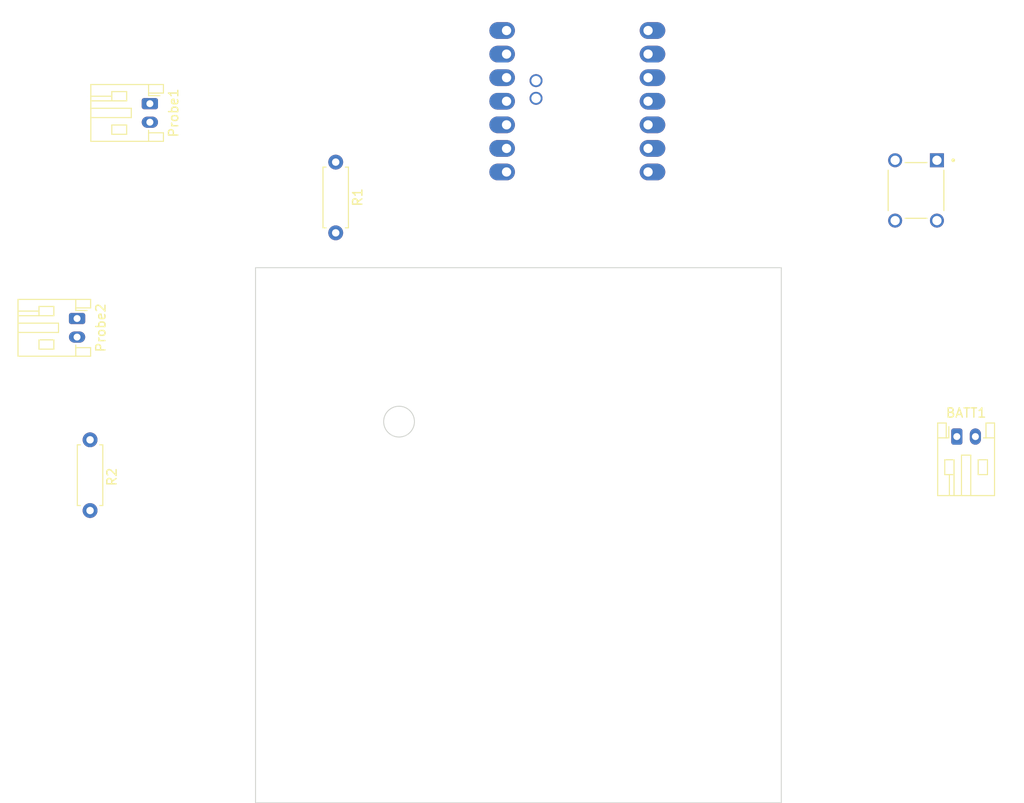
<source format=kicad_pcb>
(kicad_pcb (version 20240108) (generator "pcbnew") (generator_version "8.0")
  (title_block (title "XIAO nRF52840 FART Sensor") (rev "3") (company "Cold Bear Ltd"))
  (layers (0 "F.Cu" signal) (31 "B.Cu" signal) (34 "B.Paste" user) (35 "F.Paste" user) (36 "B.SilkS" user "B.Silkscreen") (37 "F.SilkS" user "F.Silkscreen") (38 "B.Mask" user) (39 "F.Mask" user) (44 "Edge.Cuts" user))
  (net 0 "")
  (net 6 "+BATT")
  (net 8 "/reset")
  (net 10 "GND")
  (net 11 "+3.3V")
  (net 12 "/p1reading")
  (net 13 "/p2reading")
  (net 15 "/dividerPower")
  (footprint "Connector_JST:JST_PH_S2B-PH-K_1x02_P2.00mm_Horizontal" (layer "F.Cu") (at 34.66 54.45 -90)
    (property "Reference" "Probe2" (at 1 -2.55 90) (layer "F.SilkS"))
    (property "Value" "Conn_01x02_Pin")
    (fp_line (start -2.06 6.36) (end 4.06 6.36) (stroke (width 0.12)) (layer "F.SilkS"))
    (fp_line (start 0.5 6.36) (end 0.5 2) (stroke (width 0.12)) (layer "F.SilkS"))
    (fp_line (start 4.06 6.36) (end 4.06 -1.46) (stroke (width 0.12)) (layer "F.SilkS"))
    (fp_line (start -1.3 4.1) (end -0.3 4.1) (stroke (width 0.12)) (layer "F.SilkS"))
    (fp_line (start -0.8 4.1) (end -0.8 6.36) (stroke (width 0.12)) (layer "F.SilkS"))
    (fp_line (start -0.3 4.1) (end -0.3 6.36) (stroke (width 0.12)) (layer "F.SilkS"))
    (fp_line (start -0.3 4.1) (end -0.3 2.5) (stroke (width 0.12)) (layer "F.SilkS"))
    (fp_line (start 2.3 4.1) (end 2.3 2.5) (stroke (width 0.12)) (layer "F.SilkS"))
    (fp_line (start 3.3 4.1) (end 2.3 4.1) (stroke (width 0.12)) (layer "F.SilkS"))
    (fp_line (start -1.3 2.5) (end -1.3 4.1) (stroke (width 0.12)) (layer "F.SilkS"))
    (fp_line (start -0.3 2.5) (end -1.3 2.5) (stroke (width 0.12)) (layer "F.SilkS"))
    (fp_line (start 2.3 2.5) (end 3.3 2.5) (stroke (width 0.12)) (layer "F.SilkS"))
    (fp_line (start 3.3 2.5) (end 3.3 4.1) (stroke (width 0.12)) (layer "F.SilkS"))
    (fp_line (start 0.5 2) (end 1.5 2) (stroke (width 0.12)) (layer "F.SilkS"))
    (fp_line (start 1.5 2) (end 1.5 6.36) (stroke (width 0.12)) (layer "F.SilkS"))
    (fp_line (start -2.06 0.14) (end -1.14 0.14) (stroke (width 0.12)) (layer "F.SilkS"))
    (fp_line (start -1.14 0.14) (end -1.14 -1.46) (stroke (width 0.12)) (layer "F.SilkS"))
    (fp_line (start -0.86 0.14) (end -1.14 0.14) (stroke (width 0.12)) (layer "F.SilkS"))
    (fp_line (start -0.86 0.14) (end -0.86 -1.075) (stroke (width 0.12)) (layer "F.SilkS"))
    (fp_line (start 3.14 0.14) (end 2.86 0.14) (stroke (width 0.12)) (layer "F.SilkS"))
    (fp_line (start 4.06 0.14) (end 3.14 0.14) (stroke (width 0.12)) (layer "F.SilkS"))
    (fp_line (start -2.06 -1.46) (end -2.06 6.36) (stroke (width 0.12)) (layer "F.SilkS"))
    (fp_line (start -1.14 -1.46) (end -2.06 -1.46) (stroke (width 0.12)) (layer "F.SilkS"))
    (fp_line (start 3.14 -1.46) (end 3.14 0.14) (stroke (width 0.12)) (layer "F.SilkS"))
    (fp_line (start 4.06 -1.46) (end 3.14 -1.46) (stroke (width 0.12)) (layer "F.SilkS"))
    (pad "1" thru_hole roundrect (at 0 0 270) (size 1.2 1.75) (drill 0.75) (layers "*.Cu" "*.Mask") (roundrect_rratio 0.208333) (net 10 "GND"))
    (pad "2" thru_hole oval (at 2 0 270) (size 1.2 1.75) (drill 0.75) (layers "*.Cu" "*.Mask") (net 13 "/p2reading"))
  )
  (footprint "Resistor_THT:R_Axial_DIN0207_L6.3mm_D2.5mm_P7.62mm_Horizontal" (layer "F.Cu") (at 62.51 37.6 -90)
    (property "Reference" "R1" (at 3.79 -2.36 90) (layer "F.SilkS"))
    (property "Value" "10K" (hide yes))
    (fp_line (start 0.54 1.37) (end 7.08 1.37) (stroke (width 0.12)) (layer "F.SilkS"))
    (fp_line (start 7.08 1.37) (end 7.08 1.04) (stroke (width 0.12)) (layer "F.SilkS"))
    (fp_line (start 0.54 1.04) (end 0.54 1.37) (stroke (width 0.12)) (layer "F.SilkS"))
    (fp_line (start 0.54 -1.04) (end 0.54 -1.37) (stroke (width 0.12)) (layer "F.SilkS"))
    (fp_line (start 0.54 -1.37) (end 7.08 -1.37) (stroke (width 0.12)) (layer "F.SilkS"))
    (fp_line (start 7.08 -1.37) (end 7.08 -1.04) (stroke (width 0.12)) (layer "F.SilkS"))
    (pad "1" thru_hole circle (at 0 0 270) (size 1.6 1.6) (drill 0.8) (layers "*.Cu" "*.Mask") (net 12 "/p1reading"))
    (pad "2" thru_hole oval (at 7.62 0 270) (size 1.6 1.6) (drill 0.8) (layers "*.Cu" "*.Mask") (net 15 "/dividerPower"))
  )
  (footprint "Resistor_THT:R_Axial_DIN0207_L6.3mm_D2.5mm_P7.62mm_Horizontal" (layer "F.Cu") (at 36.06 75.14 90)
    (property "Reference" "R2" (at 3.62 2.35 -90) (layer "F.SilkS"))
    (property "Value" "10K" (hide yes))
    (fp_line (start 7.08 -1.37) (end 7.08 -1.04) (stroke (width 0.12)) (layer "F.SilkS"))
    (fp_line (start 0.54 -1.37) (end 7.08 -1.37) (stroke (width 0.12)) (layer "F.SilkS"))
    (fp_line (start 0.54 -1.04) (end 0.54 -1.37) (stroke (width 0.12)) (layer "F.SilkS"))
    (fp_line (start 0.54 1.04) (end 0.54 1.37) (stroke (width 0.12)) (layer "F.SilkS"))
    (fp_line (start 7.08 1.37) (end 7.08 1.04) (stroke (width 0.12)) (layer "F.SilkS"))
    (fp_line (start 0.54 1.37) (end 7.08 1.37) (stroke (width 0.12)) (layer "F.SilkS"))
    (pad "1" thru_hole circle (at 0 0 90) (size 1.6 1.6) (drill 0.8) (layers "*.Cu" "*.Mask") (net 13 "/p2reading"))
    (pad "2" thru_hole oval (at 7.62 0 90) (size 1.6 1.6) (drill 0.8) (layers "*.Cu" "*.Mask") (net 15 "/dividerPower"))
  )
  (footprint "Connector_JST:JST_PH_S2B-PH-K_1x02_P2.00mm_Horizontal" (layer "F.Cu") (at 42.5 31.3 -90)
    (property "Reference" "Probe1" (at 1 -2.55 90) (layer "F.SilkS"))
    (property "Value" "Conn_01x02_Pin")
    (fp_line (start -2.06 6.36) (end 4.06 6.36) (stroke (width 0.12)) (layer "F.SilkS"))
    (fp_line (start 0.5 6.36) (end 0.5 2) (stroke (width 0.12)) (layer "F.SilkS"))
    (fp_line (start 4.06 6.36) (end 4.06 -1.46) (stroke (width 0.12)) (layer "F.SilkS"))
    (fp_line (start -1.3 4.1) (end -0.3 4.1) (stroke (width 0.12)) (layer "F.SilkS"))
    (fp_line (start -0.8 4.1) (end -0.8 6.36) (stroke (width 0.12)) (layer "F.SilkS"))
    (fp_line (start -0.3 4.1) (end -0.3 6.36) (stroke (width 0.12)) (layer "F.SilkS"))
    (fp_line (start -0.3 4.1) (end -0.3 2.5) (stroke (width 0.12)) (layer "F.SilkS"))
    (fp_line (start 2.3 4.1) (end 2.3 2.5) (stroke (width 0.12)) (layer "F.SilkS"))
    (fp_line (start 3.3 4.1) (end 2.3 4.1) (stroke (width 0.12)) (layer "F.SilkS"))
    (fp_line (start -1.3 2.5) (end -1.3 4.1) (stroke (width 0.12)) (layer "F.SilkS"))
    (fp_line (start -0.3 2.5) (end -1.3 2.5) (stroke (width 0.12)) (layer "F.SilkS"))
    (fp_line (start 2.3 2.5) (end 3.3 2.5) (stroke (width 0.12)) (layer "F.SilkS"))
    (fp_line (start 3.3 2.5) (end 3.3 4.1) (stroke (width 0.12)) (layer "F.SilkS"))
    (fp_line (start 0.5 2) (end 1.5 2) (stroke (width 0.12)) (layer "F.SilkS"))
    (fp_line (start 1.5 2) (end 1.5 6.36) (stroke (width 0.12)) (layer "F.SilkS"))
    (fp_line (start -2.06 0.14) (end -1.14 0.14) (stroke (width 0.12)) (layer "F.SilkS"))
    (fp_line (start -1.14 0.14) (end -1.14 -1.46) (stroke (width 0.12)) (layer "F.SilkS"))
    (fp_line (start -0.86 0.14) (end -1.14 0.14) (stroke (width 0.12)) (layer "F.SilkS"))
    (fp_line (start -0.86 0.14) (end -0.86 -1.075) (stroke (width 0.12)) (layer "F.SilkS"))
    (fp_line (start 3.14 0.14) (end 2.86 0.14) (stroke (width 0.12)) (layer "F.SilkS"))
    (fp_line (start 4.06 0.14) (end 3.14 0.14) (stroke (width 0.12)) (layer "F.SilkS"))
    (fp_line (start -2.06 -1.46) (end -2.06 6.36) (stroke (width 0.12)) (layer "F.SilkS"))
    (fp_line (start -1.14 -1.46) (end -2.06 -1.46) (stroke (width 0.12)) (layer "F.SilkS"))
    (fp_line (start 3.14 -1.46) (end 3.14 0.14) (stroke (width 0.12)) (layer "F.SilkS"))
    (fp_line (start 4.06 -1.46) (end 3.14 -1.46) (stroke (width 0.12)) (layer "F.SilkS"))
    (pad "1" thru_hole roundrect (at 0 0 270) (size 1.2 1.75) (drill 0.75) (layers "*.Cu" "*.Mask") (roundrect_rratio 0.208333) (net 10 "GND"))
    (pad "2" thru_hole oval (at 2 0 270) (size 1.2 1.75) (drill 0.75) (layers "*.Cu" "*.Mask") (net 12 "/p1reading"))
  )
  (footprint "Connector_JST:JST_PH_S2B-PH-K_1x02_P2.00mm_Horizontal" (layer "F.Cu") (at 129.39 67.17)
    (property "Reference" "BATT1" (at 1 -2.55 0) (layer "F.SilkS"))
    (property "Value" "Conn_01x02_Pin")
    (fp_line (start -2.06 -1.46) (end -2.06 6.36) (stroke (width 0.12)) (layer "F.SilkS"))
    (fp_line (start -2.06 0.14) (end -1.14 0.14) (stroke (width 0.12)) (layer "F.SilkS"))
    (fp_line (start -2.06 6.36) (end 4.06 6.36) (stroke (width 0.12)) (layer "F.SilkS"))
    (fp_line (start -1.3 2.5) (end -1.3 4.1) (stroke (width 0.12)) (layer "F.SilkS"))
    (fp_line (start -1.3 4.1) (end -0.3 4.1) (stroke (width 0.12)) (layer "F.SilkS"))
    (fp_line (start -1.14 -1.46) (end -2.06 -1.46) (stroke (width 0.12)) (layer "F.SilkS"))
    (fp_line (start -1.14 0.14) (end -1.14 -1.46) (stroke (width 0.12)) (layer "F.SilkS"))
    (fp_line (start -0.86 0.14) (end -1.14 0.14) (stroke (width 0.12)) (layer "F.SilkS"))
    (fp_line (start -0.86 0.14) (end -0.86 -1.075) (stroke (width 0.12)) (layer "F.SilkS"))
    (fp_line (start -0.8 4.1) (end -0.8 6.36) (stroke (width 0.12)) (layer "F.SilkS"))
    (fp_line (start -0.3 2.5) (end -1.3 2.5) (stroke (width 0.12)) (layer "F.SilkS"))
    (fp_line (start -0.3 4.1) (end -0.3 2.5) (stroke (width 0.12)) (layer "F.SilkS"))
    (fp_line (start -0.3 4.1) (end -0.3 6.36) (stroke (width 0.12)) (layer "F.SilkS"))
    (fp_line (start 0.5 2) (end 1.5 2) (stroke (width 0.12)) (layer "F.SilkS"))
    (fp_line (start 0.5 6.36) (end 0.5 2) (stroke (width 0.12)) (layer "F.SilkS"))
    (fp_line (start 1.5 2) (end 1.5 6.36) (stroke (width 0.12)) (layer "F.SilkS"))
    (fp_line (start 2.3 2.5) (end 3.3 2.5) (stroke (width 0.12)) (layer "F.SilkS"))
    (fp_line (start 2.3 4.1) (end 2.3 2.5) (stroke (width 0.12)) (layer "F.SilkS"))
    (fp_line (start 3.14 -1.46) (end 3.14 0.14) (stroke (width 0.12)) (layer "F.SilkS"))
    (fp_line (start 3.14 0.14) (end 2.86 0.14) (stroke (width 0.12)) (layer "F.SilkS"))
    (fp_line (start 3.3 2.5) (end 3.3 4.1) (stroke (width 0.12)) (layer "F.SilkS"))
    (fp_line (start 3.3 4.1) (end 2.3 4.1) (stroke (width 0.12)) (layer "F.SilkS"))
    (fp_line (start 4.06 -1.46) (end 3.14 -1.46) (stroke (width 0.12)) (layer "F.SilkS"))
    (fp_line (start 4.06 0.14) (end 3.14 0.14) (stroke (width 0.12)) (layer "F.SilkS"))
    (fp_line (start 4.06 6.36) (end 4.06 -1.46) (stroke (width 0.12)) (layer "F.SilkS"))
    (pad "1" thru_hole roundrect (at 0 0) (size 1.2 1.75) (drill 0.75) (layers "*.Cu" "*.Mask") (roundrect_rratio 0.208333) (net 6 "+BATT"))
    (pad "2" thru_hole oval (at 2 0) (size 1.2 1.75) (drill 0.75) (layers "*.Cu" "*.Mask") (net 10 "GND"))
  )
  (footprint "Kleeb:xiao-ble-tht" (layer "F.Cu") (at 88.525 31.042)
    (property "Reference" "U1" (hide yes))
    (property "Value" "xiao-ble" (hide yes))
    (pad "1" thru_hole oval (at -7.62 -7.62) (size 2.75 1.8) (drill 1 (offset -0.475 0)) (layers "*.Cu" "*.Mask"))
    (pad "2" thru_hole oval (at -7.62 -5.08) (size 2.75 1.8) (drill 1 (offset -0.475 0)) (layers "*.Cu" "*.Mask") (net 12 "/p1reading"))
    (pad "3" thru_hole oval (at -7.62 -2.54) (size 2.75 1.8) (drill 1 (offset -0.475 0)) (layers "*.Cu" "*.Mask") (net 15 "/dividerPower"))
    (pad "4" thru_hole oval (at -7.62 0) (size 2.75 1.8) (drill 1 (offset -0.475 0)) (layers "*.Cu" "*.Mask") (net 13 "/p2reading"))
    (pad "5" thru_hole oval (at -7.62 2.54) (size 2.75 1.8) (drill 1 (offset -0.475 0)) (layers "*.Cu" "*.Mask"))
    (pad "6" thru_hole oval (at -7.62 5.08) (size 2.75 1.8) (drill 1 (offset -0.475 0)) (layers "*.Cu" "*.Mask"))
    (pad "7" thru_hole oval (at -7.62 7.62) (size 2.75 1.8) (drill 1 (offset -0.475 0)) (layers "*.Cu" "*.Mask"))
    (pad "8" thru_hole oval (at 7.62 7.62 180) (size 2.75 1.8) (drill 1 (offset -0.475 0)) (layers "*.Cu" "*.Mask"))
    (pad "9" thru_hole oval (at 7.62 5.08 180) (size 2.75 1.8) (drill 1 (offset -0.475 0)) (layers "*.Cu" "*.Mask") (net 8 "/reset"))
    (pad "10" thru_hole oval (at 7.62 2.54 180) (size 2.75 1.8) (drill 1 (offset -0.475 0)) (layers "*.Cu" "*.Mask"))
    (pad "11" thru_hole oval (at 7.62 0 180) (size 2.75 1.8) (drill 1 (offset -0.475 0)) (layers "*.Cu" "*.Mask"))
    (pad "12" thru_hole oval (at 7.62 -2.54 180) (size 2.75 1.8) (drill 1 (offset -0.475 0)) (layers "*.Cu" "*.Mask") (net 11 "+3.3V"))
    (pad "13" thru_hole oval (at 7.62 -5.08 180) (size 2.75 1.8) (drill 1 (offset -0.475 0)) (layers "*.Cu" "*.Mask"))
    (pad "14" thru_hole oval (at 7.62 -7.62 180) (size 2.75 1.8) (drill 1 (offset -0.475 0)) (layers "*.Cu" "*.Mask"))
    (pad "19" thru_hole circle (at -4.445 -0.317 180) (size 1.397 1.397) (drill 1.016) (layers "*.Cu" "*.Mask") (net 6 "+BATT"))
    (pad "20" thru_hole circle (at -4.445 -2.222 180) (size 1.397 1.397) (drill 1.016) (layers "*.Cu" "*.Mask") (net 10 "GND"))
  )
  (footprint "TS02-66-55-BK-100-LCR-D:SW_TS02-66-55-BK-100-LCR-D" (layer "F.Cu") (at 124.9975 40.65 -90)
    (property "Reference" "S1" (hide yes))
    (property "Value" "TS02-66-55-BK-100-LCR-D")
    (fp_line (start -2.176 3) (end 2.176 3) (stroke (width 0.127)) (layer "F.SilkS"))
    (fp_line (start -3 -1.176) (end -3 1.176) (stroke (width 0.127)) (layer "F.SilkS"))
    (fp_line (start 3 -1.176) (end 3 1.176) (stroke (width 0.127)) (layer "F.SilkS"))
    (fp_line (start -2.176 -3) (end 2.176 -3) (stroke (width 0.127)) (layer "F.SilkS"))
    (fp_circle (center -3.25 -4.004) (end -3.15 -4.004) (stroke (width 0.2)) (fill none) (layer "F.SilkS"))
    (pad "1" thru_hole rect (at -3.25 -2.25 270) (size 1.508 1.508) (drill 1) (layers "*.Cu" "*.Mask"))
    (pad "2" thru_hole circle (at 3.25 -2.25 270) (size 1.508 1.508) (drill 1) (layers "*.Cu" "*.Mask") (net 8 "/reset"))
    (pad "3" thru_hole circle (at -3.25 2.25 270) (size 1.508 1.508) (drill 1) (layers "*.Cu" "*.Mask"))
    (pad "4" thru_hole circle (at 3.25 2.25 270) (size 1.508 1.508) (drill 1) (layers "*.Cu" "*.Mask") (net 11 "+3.3V"))
  )
  (gr_rect (start 53.88 48.97) (end 110.49 106.63) (stroke (width 0.1)) (fill none) (layer "Edge.Cuts"))
  (gr_circle (center 69.33 65.56) (end 70.988463 65.56) (stroke (width 0.1)) (fill none) (layer "Edge.Cuts"))
)
</source>
